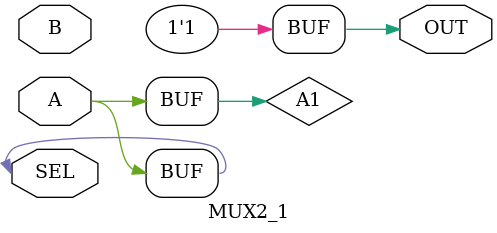
<source format=v>
`timescale 1ns / 1ns

`define PRIMARY_OUT 	2
`define FAN_OUT_1	0.5
`define FAN_OUT_2	0.8
`define FAN_OUT_3	1
`define TIME_DELAY_1	3
`define TIME_DELAY_2	4
`define TIME_DELAY_3	5

module MUX2_1(OUT, A, B, SEL);
	output OUT;
	input A, B, SEL;

	wire A1, B1, SEL_N;

	not #(`TIME_DELAY_1 + `FAN_OUT_1) NOT1(SEL_N, SEL);
	not #(`TIME_DELAY_2 + `FAN_OUT_1) AND1(A1, A, SEL_N);
	not #(`TIME_DELAY_2 + `FAN_OUT_1) AND2(B1, B, SEL);
	or #(`TIME_DELAY_2 + `FAN_OUT_1) OR(OUT, A1, B1);
endmodule

</source>
